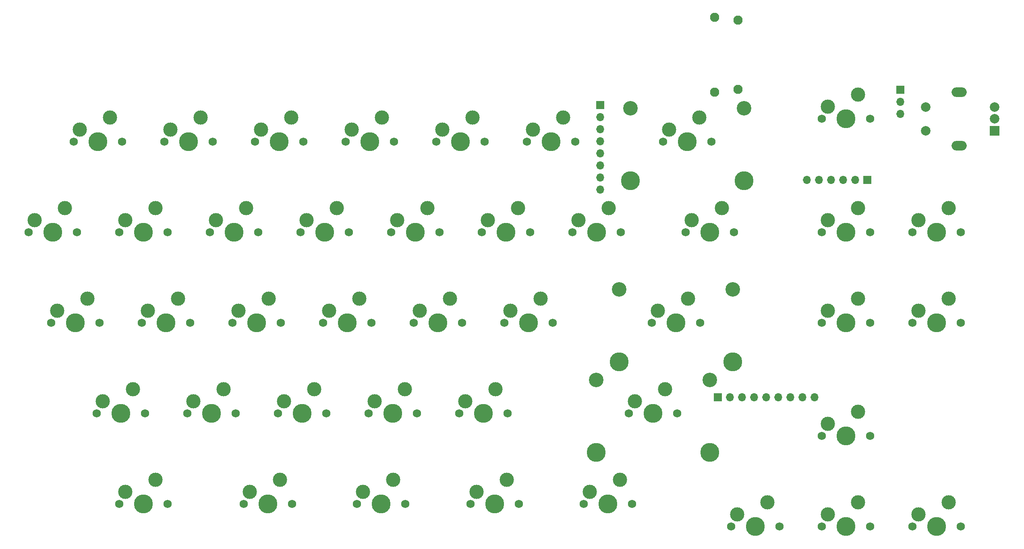
<source format=gts>
%TF.GenerationSoftware,KiCad,Pcbnew,(6.0.5)*%
%TF.CreationDate,2022-07-14T17:40:32-06:00*%
%TF.ProjectId,kb_right,6b625f72-6967-4687-942e-6b696361645f,rev?*%
%TF.SameCoordinates,Original*%
%TF.FileFunction,Soldermask,Top*%
%TF.FilePolarity,Negative*%
%FSLAX46Y46*%
G04 Gerber Fmt 4.6, Leading zero omitted, Abs format (unit mm)*
G04 Created by KiCad (PCBNEW (6.0.5)) date 2022-07-14 17:40:32*
%MOMM*%
%LPD*%
G01*
G04 APERTURE LIST*
%ADD10C,3.987800*%
%ADD11C,3.000000*%
%ADD12C,1.750000*%
%ADD13C,3.048000*%
%ADD14R,1.700000X1.700000*%
%ADD15O,1.700000X1.700000*%
%ADD16O,3.200000X2.000000*%
%ADD17R,2.000000X2.000000*%
%ADD18C,2.000000*%
%ADD19C,1.950000*%
G04 APERTURE END LIST*
D10*
%TO.C,MX15*%
X163195000Y-82772250D03*
D11*
X165735000Y-77692250D03*
D12*
X158115000Y-82772250D03*
X168275000Y-82772250D03*
D11*
X159385000Y-80232250D03*
%TD*%
%TO.C,MX33*%
X211772500Y-123094750D03*
X218122500Y-120554750D03*
D12*
X210502500Y-125634750D03*
X220662500Y-125634750D03*
D10*
X215582500Y-125634750D03*
%TD*%
D12*
%TO.C,MX10*%
X62865000Y-82772250D03*
X73025000Y-82772250D03*
D11*
X70485000Y-77692250D03*
D10*
X67945000Y-82772250D03*
D11*
X64135000Y-80232250D03*
%TD*%
D10*
%TO.C,MX4*%
X115570000Y-63722250D03*
D12*
X110490000Y-63722250D03*
D11*
X118110000Y-58642250D03*
X111760000Y-61182250D03*
D12*
X120650000Y-63722250D03*
%TD*%
D11*
%TO.C,MX6*%
X149860000Y-61182250D03*
X156210000Y-58642250D03*
D12*
X158750000Y-63722250D03*
X148590000Y-63722250D03*
D10*
X153670000Y-63722250D03*
%TD*%
D11*
%TO.C,MX32*%
X171291250Y-118332250D03*
X177641250Y-115792250D03*
D12*
X180181250Y-120872250D03*
D13*
X187039250Y-113887250D03*
D10*
X175101250Y-120872250D03*
D12*
X170021250Y-120872250D03*
D13*
X163163250Y-113887250D03*
D10*
X187039250Y-129127250D03*
X163163250Y-129127250D03*
%TD*%
D12*
%TO.C,MX31*%
X134302500Y-120872250D03*
X144462500Y-120872250D03*
D11*
X141922500Y-115792250D03*
D10*
X139382500Y-120872250D03*
D11*
X135572500Y-118332250D03*
%TD*%
D14*
%TO.C,J3*%
X220091000Y-71755000D03*
D15*
X217551000Y-71755000D03*
X215011000Y-71755000D03*
X212471000Y-71755000D03*
X209931000Y-71755000D03*
X207391000Y-71755000D03*
%TD*%
D10*
%TO.C,MX37*%
X117951250Y-139922250D03*
D11*
X120491250Y-134842250D03*
D12*
X123031250Y-139922250D03*
X112871250Y-139922250D03*
D11*
X114141250Y-137382250D03*
%TD*%
D10*
%TO.C,MX42*%
X234632500Y-144684750D03*
D11*
X237172500Y-139604750D03*
D12*
X239712500Y-144684750D03*
D11*
X230822500Y-142144750D03*
D12*
X229552500Y-144684750D03*
%TD*%
D10*
%TO.C,MX16*%
X187007500Y-82772250D03*
D11*
X189547500Y-77692250D03*
D12*
X181927500Y-82772250D03*
D11*
X183197500Y-80232250D03*
D12*
X192087500Y-82772250D03*
%TD*%
%TO.C,MX8*%
X220662500Y-58959750D03*
D11*
X218122500Y-53879750D03*
X211772500Y-56419750D03*
D10*
X215582500Y-58959750D03*
D12*
X210502500Y-58959750D03*
%TD*%
D14*
%TO.C,J2*%
X227076000Y-52847000D03*
D15*
X227076000Y-55387000D03*
X227076000Y-57927000D03*
%TD*%
D11*
%TO.C,MX13*%
X127635000Y-77692250D03*
D10*
X125095000Y-82772250D03*
D12*
X130175000Y-82772250D03*
D11*
X121285000Y-80232250D03*
D12*
X120015000Y-82772250D03*
%TD*%
D10*
%TO.C,MX23*%
X148907500Y-101822250D03*
D11*
X145097500Y-99282250D03*
D12*
X153987500Y-101822250D03*
X143827500Y-101822250D03*
D11*
X151447500Y-96742250D03*
%TD*%
D12*
%TO.C,MX39*%
X170656250Y-139922250D03*
D10*
X165576250Y-139922250D03*
D11*
X161766250Y-137382250D03*
D12*
X160496250Y-139922250D03*
D11*
X168116250Y-134842250D03*
%TD*%
D12*
%TO.C,MX1*%
X53340000Y-63722250D03*
D10*
X58420000Y-63722250D03*
D11*
X54610000Y-61182250D03*
X60960000Y-58642250D03*
D12*
X63500000Y-63722250D03*
%TD*%
D14*
%TO.C,J4*%
X163957000Y-56007000D03*
D15*
X163957000Y-58547000D03*
X163957000Y-61087000D03*
X163957000Y-63627000D03*
X163957000Y-66167000D03*
X163957000Y-68707000D03*
X163957000Y-71247000D03*
X163957000Y-73787000D03*
%TD*%
D12*
%TO.C,MX27*%
X68262500Y-120872250D03*
D11*
X59372500Y-118332250D03*
D12*
X58102500Y-120872250D03*
D11*
X65722500Y-115792250D03*
D10*
X63182500Y-120872250D03*
%TD*%
D12*
%TO.C,MX41*%
X210502500Y-144684750D03*
D10*
X215582500Y-144684750D03*
D12*
X220662500Y-144684750D03*
D11*
X218122500Y-139604750D03*
X211772500Y-142144750D03*
%TD*%
D10*
%TO.C,MX17*%
X215582500Y-82772250D03*
D12*
X220662500Y-82772250D03*
D11*
X218122500Y-77692250D03*
X211772500Y-80232250D03*
D12*
X210502500Y-82772250D03*
%TD*%
%TO.C,MX3*%
X91440000Y-63722250D03*
X101600000Y-63722250D03*
D11*
X99060000Y-58642250D03*
D10*
X96520000Y-63722250D03*
D11*
X92710000Y-61182250D03*
%TD*%
D12*
%TO.C,MX30*%
X115252500Y-120872250D03*
X125412500Y-120872250D03*
D11*
X122872500Y-115792250D03*
X116522500Y-118332250D03*
D10*
X120332500Y-120872250D03*
%TD*%
D12*
%TO.C,MX22*%
X134937500Y-101822250D03*
D11*
X126047500Y-99282250D03*
D10*
X129857500Y-101822250D03*
D12*
X124777500Y-101822250D03*
D11*
X132397500Y-96742250D03*
%TD*%
%TO.C,MX25*%
X218122500Y-96742250D03*
D12*
X220662500Y-101822250D03*
X210502500Y-101822250D03*
D11*
X211772500Y-99282250D03*
D10*
X215582500Y-101822250D03*
%TD*%
D13*
%TO.C,MX24*%
X191801750Y-94837250D03*
D11*
X176053750Y-99282250D03*
D10*
X191801750Y-110077250D03*
D12*
X174783750Y-101822250D03*
D10*
X179863750Y-101822250D03*
D13*
X167925750Y-94837250D03*
D11*
X182403750Y-96742250D03*
D12*
X184943750Y-101822250D03*
D10*
X167925750Y-110077250D03*
%TD*%
D12*
%TO.C,MX14*%
X139065000Y-82772250D03*
D10*
X144145000Y-82772250D03*
D11*
X140335000Y-80232250D03*
X146685000Y-77692250D03*
D12*
X149225000Y-82772250D03*
%TD*%
D13*
%TO.C,MX7*%
X170307000Y-56737250D03*
D10*
X194183000Y-71977250D03*
D11*
X178435000Y-61182250D03*
D13*
X194183000Y-56737250D03*
D12*
X177165000Y-63722250D03*
D10*
X182245000Y-63722250D03*
D11*
X184785000Y-58642250D03*
D10*
X170307000Y-71977250D03*
D12*
X187325000Y-63722250D03*
%TD*%
D11*
%TO.C,MX20*%
X87947500Y-99282250D03*
D12*
X96837500Y-101822250D03*
X86677500Y-101822250D03*
D10*
X91757500Y-101822250D03*
D11*
X94297500Y-96742250D03*
%TD*%
D10*
%TO.C,MX21*%
X110807500Y-101822250D03*
D12*
X105727500Y-101822250D03*
D11*
X113347500Y-96742250D03*
D12*
X115887500Y-101822250D03*
D11*
X106997500Y-99282250D03*
%TD*%
%TO.C,MX2*%
X73660000Y-61182250D03*
D12*
X72390000Y-63722250D03*
X82550000Y-63722250D03*
D10*
X77470000Y-63722250D03*
D11*
X80010000Y-58642250D03*
%TD*%
D10*
%TO.C,MX19*%
X72707500Y-101822250D03*
D11*
X75247500Y-96742250D03*
D12*
X67627500Y-101822250D03*
D11*
X68897500Y-99282250D03*
D12*
X77787500Y-101822250D03*
%TD*%
D10*
%TO.C,MX36*%
X94138750Y-139922250D03*
D11*
X90328750Y-137382250D03*
D12*
X99218750Y-139922250D03*
D11*
X96678750Y-134842250D03*
D12*
X89058750Y-139922250D03*
%TD*%
D11*
%TO.C,MX35*%
X70485000Y-134842250D03*
D10*
X67945000Y-139922250D03*
D12*
X73025000Y-139922250D03*
D11*
X64135000Y-137382250D03*
D12*
X62865000Y-139922250D03*
%TD*%
D11*
%TO.C,MX38*%
X137953750Y-137382250D03*
D10*
X141763750Y-139922250D03*
D12*
X136683750Y-139922250D03*
D11*
X144303750Y-134842250D03*
D12*
X146843750Y-139922250D03*
%TD*%
%TO.C,MX28*%
X87312500Y-120872250D03*
D10*
X82232500Y-120872250D03*
D12*
X77152500Y-120872250D03*
D11*
X84772500Y-115792250D03*
X78422500Y-118332250D03*
%TD*%
D12*
%TO.C,MX12*%
X100965000Y-82772250D03*
D11*
X108585000Y-77692250D03*
D10*
X106045000Y-82772250D03*
D11*
X102235000Y-80232250D03*
D12*
X111125000Y-82772250D03*
%TD*%
D16*
%TO.C,SW0*%
X239395000Y-64559750D03*
X239395000Y-53359750D03*
D17*
X246895000Y-61459750D03*
D18*
X246895000Y-56459750D03*
X246895000Y-58959750D03*
X232395000Y-56459750D03*
X232395000Y-61459750D03*
%TD*%
D11*
%TO.C,MX18*%
X49847500Y-99282250D03*
X56197500Y-96742250D03*
D12*
X48577500Y-101822250D03*
D10*
X53657500Y-101822250D03*
D12*
X58737500Y-101822250D03*
%TD*%
%TO.C,MX9*%
X43815000Y-82772250D03*
D11*
X45085000Y-80232250D03*
D10*
X48895000Y-82772250D03*
D12*
X53975000Y-82772250D03*
D11*
X51435000Y-77692250D03*
%TD*%
D12*
%TO.C,MX26*%
X239712500Y-82772250D03*
D11*
X237172500Y-77692250D03*
X230822500Y-80232250D03*
D12*
X229552500Y-82772250D03*
D10*
X234632500Y-82772250D03*
%TD*%
D11*
%TO.C,MX29*%
X97472500Y-118332250D03*
X103822500Y-115792250D03*
D12*
X106362500Y-120872250D03*
X96202500Y-120872250D03*
D10*
X101282500Y-120872250D03*
%TD*%
D11*
%TO.C,MX34*%
X230822500Y-99282250D03*
D12*
X239712500Y-101822250D03*
X229552500Y-101822250D03*
D10*
X234632500Y-101822250D03*
D11*
X237172500Y-96742250D03*
%TD*%
D14*
%TO.C,J5*%
X188722000Y-117475000D03*
D15*
X191262000Y-117475000D03*
X193802000Y-117475000D03*
X196342000Y-117475000D03*
X198882000Y-117475000D03*
X201422000Y-117475000D03*
X203962000Y-117475000D03*
X206502000Y-117475000D03*
X209042000Y-117475000D03*
%TD*%
D10*
%TO.C,MX5*%
X134620000Y-63722250D03*
D11*
X137160000Y-58642250D03*
D12*
X139700000Y-63722250D03*
X129540000Y-63722250D03*
D11*
X130810000Y-61182250D03*
%TD*%
D12*
%TO.C,MX40*%
X201612500Y-144684750D03*
D11*
X199072500Y-139604750D03*
D10*
X196532500Y-144684750D03*
D12*
X191452500Y-144684750D03*
D11*
X192722500Y-142144750D03*
%TD*%
D10*
%TO.C,MX11*%
X86995000Y-82772250D03*
D11*
X83185000Y-80232250D03*
X89535000Y-77692250D03*
D12*
X92075000Y-82772250D03*
X81915000Y-82772250D03*
%TD*%
D19*
%TO.C,J1*%
X192923000Y-38216000D03*
X192923000Y-52716000D03*
X188023000Y-53316000D03*
X188023000Y-37616000D03*
%TD*%
M02*

</source>
